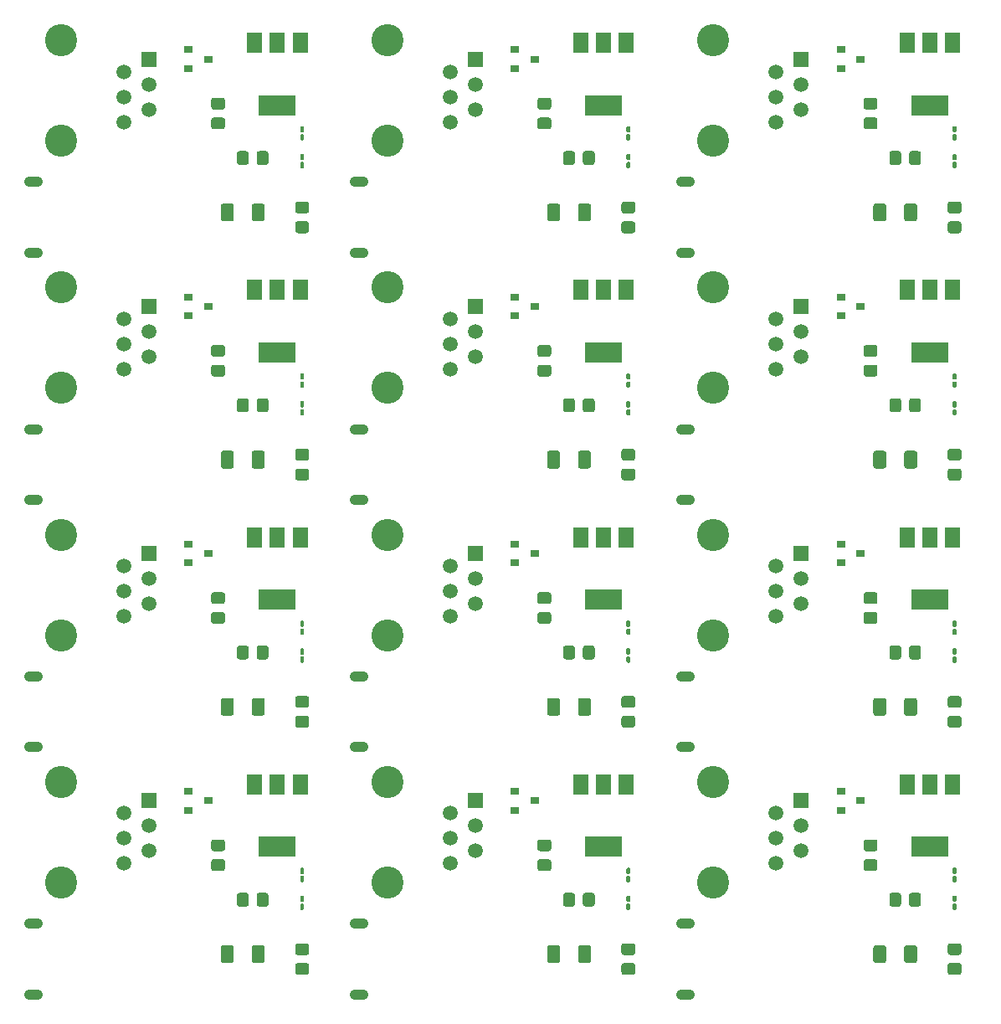
<source format=gbr>
%TF.GenerationSoftware,KiCad,Pcbnew,(5.1.9)-1*%
%TF.CreationDate,2021-08-15T14:18:07+02:00*%
%TF.ProjectId,IM350_AM550_5V_V3.0_multi,494d3335-305f-4414-9d35-35305f35565f,rev?*%
%TF.SameCoordinates,Original*%
%TF.FileFunction,Soldermask,Bot*%
%TF.FilePolarity,Negative*%
%FSLAX46Y46*%
G04 Gerber Fmt 4.6, Leading zero omitted, Abs format (unit mm)*
G04 Created by KiCad (PCBNEW (5.1.9)-1) date 2021-08-15 14:18:07*
%MOMM*%
%LPD*%
G01*
G04 APERTURE LIST*
%ADD10R,0.900000X0.800000*%
%ADD11O,1.900000X1.050000*%
%ADD12R,1.500000X2.000000*%
%ADD13R,3.800000X2.000000*%
%ADD14C,3.250000*%
%ADD15C,1.520000*%
%ADD16R,1.520000X1.520000*%
G04 APERTURE END LIST*
D10*
%TO.C,Q1*%
X66000000Y-125450000D03*
X66000000Y-123550000D03*
X68000000Y-124500000D03*
%TD*%
%TO.C,C1*%
G36*
G01*
X135275000Y-140650001D02*
X135275000Y-139349999D01*
G75*
G02*
X135524999Y-139100000I249999J0D01*
G01*
X136350001Y-139100000D01*
G75*
G02*
X136600000Y-139349999I0J-249999D01*
G01*
X136600000Y-140650001D01*
G75*
G02*
X136350001Y-140900000I-249999J0D01*
G01*
X135524999Y-140900000D01*
G75*
G02*
X135275000Y-140650001I0J249999D01*
G01*
G37*
G36*
G01*
X138400000Y-140650001D02*
X138400000Y-139349999D01*
G75*
G02*
X138649999Y-139100000I249999J0D01*
G01*
X139475001Y-139100000D01*
G75*
G02*
X139725000Y-139349999I0J-249999D01*
G01*
X139725000Y-140650001D01*
G75*
G02*
X139475001Y-140900000I-249999J0D01*
G01*
X138649999Y-140900000D01*
G75*
G02*
X138400000Y-140650001I0J249999D01*
G01*
G37*
%TD*%
%TO.C,R5*%
G36*
G01*
X77049999Y-138900000D02*
X77950001Y-138900000D01*
G75*
G02*
X78200000Y-139149999I0J-249999D01*
G01*
X78200000Y-139850001D01*
G75*
G02*
X77950001Y-140100000I-249999J0D01*
G01*
X77049999Y-140100000D01*
G75*
G02*
X76800000Y-139850001I0J249999D01*
G01*
X76800000Y-139149999D01*
G75*
G02*
X77049999Y-138900000I249999J0D01*
G01*
G37*
G36*
G01*
X77049999Y-140900000D02*
X77950001Y-140900000D01*
G75*
G02*
X78200000Y-141149999I0J-249999D01*
G01*
X78200000Y-141850001D01*
G75*
G02*
X77950001Y-142100000I-249999J0D01*
G01*
X77049999Y-142100000D01*
G75*
G02*
X76800000Y-141850001I0J249999D01*
G01*
X76800000Y-141149999D01*
G75*
G02*
X77049999Y-140900000I249999J0D01*
G01*
G37*
%TD*%
D11*
%TO.C,J1*%
X50300000Y-136925000D03*
X50300000Y-144075000D03*
%TD*%
D12*
%TO.C,U1*%
X72700000Y-122850000D03*
X77300000Y-122850000D03*
X75000000Y-122850000D03*
D13*
X75000000Y-129150000D03*
%TD*%
%TO.C,R5*%
G36*
G01*
X110049999Y-140900000D02*
X110950001Y-140900000D01*
G75*
G02*
X111200000Y-141149999I0J-249999D01*
G01*
X111200000Y-141850001D01*
G75*
G02*
X110950001Y-142100000I-249999J0D01*
G01*
X110049999Y-142100000D01*
G75*
G02*
X109800000Y-141850001I0J249999D01*
G01*
X109800000Y-141149999D01*
G75*
G02*
X110049999Y-140900000I249999J0D01*
G01*
G37*
G36*
G01*
X110049999Y-138900000D02*
X110950001Y-138900000D01*
G75*
G02*
X111200000Y-139149999I0J-249999D01*
G01*
X111200000Y-139850001D01*
G75*
G02*
X110950001Y-140100000I-249999J0D01*
G01*
X110049999Y-140100000D01*
G75*
G02*
X109800000Y-139850001I0J249999D01*
G01*
X109800000Y-139149999D01*
G75*
G02*
X110049999Y-138900000I249999J0D01*
G01*
G37*
%TD*%
%TO.C,R6*%
G36*
G01*
X101549999Y-130400000D02*
X102450001Y-130400000D01*
G75*
G02*
X102700000Y-130649999I0J-249999D01*
G01*
X102700000Y-131350001D01*
G75*
G02*
X102450001Y-131600000I-249999J0D01*
G01*
X101549999Y-131600000D01*
G75*
G02*
X101300000Y-131350001I0J249999D01*
G01*
X101300000Y-130649999D01*
G75*
G02*
X101549999Y-130400000I249999J0D01*
G01*
G37*
G36*
G01*
X101549999Y-128400000D02*
X102450001Y-128400000D01*
G75*
G02*
X102700000Y-128649999I0J-249999D01*
G01*
X102700000Y-129350001D01*
G75*
G02*
X102450001Y-129600000I-249999J0D01*
G01*
X101549999Y-129600000D01*
G75*
G02*
X101300000Y-129350001I0J249999D01*
G01*
X101300000Y-128649999D01*
G75*
G02*
X101549999Y-128400000I249999J0D01*
G01*
G37*
%TD*%
%TO.C,R4*%
G36*
G01*
X105100000Y-134049999D02*
X105100000Y-134950001D01*
G75*
G02*
X104850001Y-135200000I-249999J0D01*
G01*
X104149999Y-135200000D01*
G75*
G02*
X103900000Y-134950001I0J249999D01*
G01*
X103900000Y-134049999D01*
G75*
G02*
X104149999Y-133800000I249999J0D01*
G01*
X104850001Y-133800000D01*
G75*
G02*
X105100000Y-134049999I0J-249999D01*
G01*
G37*
G36*
G01*
X107100000Y-134049999D02*
X107100000Y-134950001D01*
G75*
G02*
X106850001Y-135200000I-249999J0D01*
G01*
X106149999Y-135200000D01*
G75*
G02*
X105900000Y-134950001I0J249999D01*
G01*
X105900000Y-134049999D01*
G75*
G02*
X106149999Y-133800000I249999J0D01*
G01*
X106850001Y-133800000D01*
G75*
G02*
X107100000Y-134049999I0J-249999D01*
G01*
G37*
%TD*%
%TO.C,R4*%
G36*
G01*
X140100000Y-134049999D02*
X140100000Y-134950001D01*
G75*
G02*
X139850001Y-135200000I-249999J0D01*
G01*
X139149999Y-135200000D01*
G75*
G02*
X138900000Y-134950001I0J249999D01*
G01*
X138900000Y-134049999D01*
G75*
G02*
X139149999Y-133800000I249999J0D01*
G01*
X139850001Y-133800000D01*
G75*
G02*
X140100000Y-134049999I0J-249999D01*
G01*
G37*
G36*
G01*
X138100000Y-134049999D02*
X138100000Y-134950001D01*
G75*
G02*
X137850001Y-135200000I-249999J0D01*
G01*
X137149999Y-135200000D01*
G75*
G02*
X136900000Y-134950001I0J249999D01*
G01*
X136900000Y-134049999D01*
G75*
G02*
X137149999Y-133800000I249999J0D01*
G01*
X137850001Y-133800000D01*
G75*
G02*
X138100000Y-134049999I0J-249999D01*
G01*
G37*
%TD*%
%TO.C,P3*%
G36*
G01*
X110400000Y-132090000D02*
X110600000Y-132090000D01*
G75*
G02*
X110700000Y-132190000I0J-100000D01*
G01*
X110700000Y-132625000D01*
G75*
G02*
X110600000Y-132725000I-100000J0D01*
G01*
X110400000Y-132725000D01*
G75*
G02*
X110300000Y-132625000I0J100000D01*
G01*
X110300000Y-132190000D01*
G75*
G02*
X110400000Y-132090000I100000J0D01*
G01*
G37*
G36*
G01*
X110400000Y-131275000D02*
X110600000Y-131275000D01*
G75*
G02*
X110700000Y-131375000I0J-100000D01*
G01*
X110700000Y-131810000D01*
G75*
G02*
X110600000Y-131910000I-100000J0D01*
G01*
X110400000Y-131910000D01*
G75*
G02*
X110300000Y-131810000I0J100000D01*
G01*
X110300000Y-131375000D01*
G75*
G02*
X110400000Y-131275000I100000J0D01*
G01*
G37*
%TD*%
%TO.C,P4*%
G36*
G01*
X110400000Y-134900000D02*
X110600000Y-134900000D01*
G75*
G02*
X110700000Y-135000000I0J-100000D01*
G01*
X110700000Y-135435000D01*
G75*
G02*
X110600000Y-135535000I-100000J0D01*
G01*
X110400000Y-135535000D01*
G75*
G02*
X110300000Y-135435000I0J100000D01*
G01*
X110300000Y-135000000D01*
G75*
G02*
X110400000Y-134900000I100000J0D01*
G01*
G37*
G36*
G01*
X110400000Y-134085000D02*
X110600000Y-134085000D01*
G75*
G02*
X110700000Y-134185000I0J-100000D01*
G01*
X110700000Y-134620000D01*
G75*
G02*
X110600000Y-134720000I-100000J0D01*
G01*
X110400000Y-134720000D01*
G75*
G02*
X110300000Y-134620000I0J100000D01*
G01*
X110300000Y-134185000D01*
G75*
G02*
X110400000Y-134085000I100000J0D01*
G01*
G37*
%TD*%
%TO.C,P3*%
G36*
G01*
X77400000Y-131275000D02*
X77600000Y-131275000D01*
G75*
G02*
X77700000Y-131375000I0J-100000D01*
G01*
X77700000Y-131810000D01*
G75*
G02*
X77600000Y-131910000I-100000J0D01*
G01*
X77400000Y-131910000D01*
G75*
G02*
X77300000Y-131810000I0J100000D01*
G01*
X77300000Y-131375000D01*
G75*
G02*
X77400000Y-131275000I100000J0D01*
G01*
G37*
G36*
G01*
X77400000Y-132090000D02*
X77600000Y-132090000D01*
G75*
G02*
X77700000Y-132190000I0J-100000D01*
G01*
X77700000Y-132625000D01*
G75*
G02*
X77600000Y-132725000I-100000J0D01*
G01*
X77400000Y-132725000D01*
G75*
G02*
X77300000Y-132625000I0J100000D01*
G01*
X77300000Y-132190000D01*
G75*
G02*
X77400000Y-132090000I100000J0D01*
G01*
G37*
%TD*%
%TO.C,R6*%
G36*
G01*
X68549999Y-128400000D02*
X69450001Y-128400000D01*
G75*
G02*
X69700000Y-128649999I0J-249999D01*
G01*
X69700000Y-129350001D01*
G75*
G02*
X69450001Y-129600000I-249999J0D01*
G01*
X68549999Y-129600000D01*
G75*
G02*
X68300000Y-129350001I0J249999D01*
G01*
X68300000Y-128649999D01*
G75*
G02*
X68549999Y-128400000I249999J0D01*
G01*
G37*
G36*
G01*
X68549999Y-130400000D02*
X69450001Y-130400000D01*
G75*
G02*
X69700000Y-130649999I0J-249999D01*
G01*
X69700000Y-131350001D01*
G75*
G02*
X69450001Y-131600000I-249999J0D01*
G01*
X68549999Y-131600000D01*
G75*
G02*
X68300000Y-131350001I0J249999D01*
G01*
X68300000Y-130649999D01*
G75*
G02*
X68549999Y-130400000I249999J0D01*
G01*
G37*
%TD*%
D14*
%TO.C,J2*%
X119110000Y-132750000D03*
D15*
X125460000Y-130850000D03*
X128000000Y-129580000D03*
X125460000Y-128310000D03*
X128000000Y-127040000D03*
X125460000Y-125770000D03*
D14*
X119110000Y-122590000D03*
D16*
X128000000Y-124500000D03*
%TD*%
%TO.C,P4*%
G36*
G01*
X77400000Y-134085000D02*
X77600000Y-134085000D01*
G75*
G02*
X77700000Y-134185000I0J-100000D01*
G01*
X77700000Y-134620000D01*
G75*
G02*
X77600000Y-134720000I-100000J0D01*
G01*
X77400000Y-134720000D01*
G75*
G02*
X77300000Y-134620000I0J100000D01*
G01*
X77300000Y-134185000D01*
G75*
G02*
X77400000Y-134085000I100000J0D01*
G01*
G37*
G36*
G01*
X77400000Y-134900000D02*
X77600000Y-134900000D01*
G75*
G02*
X77700000Y-135000000I0J-100000D01*
G01*
X77700000Y-135435000D01*
G75*
G02*
X77600000Y-135535000I-100000J0D01*
G01*
X77400000Y-135535000D01*
G75*
G02*
X77300000Y-135435000I0J100000D01*
G01*
X77300000Y-135000000D01*
G75*
G02*
X77400000Y-134900000I100000J0D01*
G01*
G37*
%TD*%
%TO.C,C1*%
G36*
G01*
X69275000Y-140650001D02*
X69275000Y-139349999D01*
G75*
G02*
X69524999Y-139100000I249999J0D01*
G01*
X70350001Y-139100000D01*
G75*
G02*
X70600000Y-139349999I0J-249999D01*
G01*
X70600000Y-140650001D01*
G75*
G02*
X70350001Y-140900000I-249999J0D01*
G01*
X69524999Y-140900000D01*
G75*
G02*
X69275000Y-140650001I0J249999D01*
G01*
G37*
G36*
G01*
X72400000Y-140650001D02*
X72400000Y-139349999D01*
G75*
G02*
X72649999Y-139100000I249999J0D01*
G01*
X73475001Y-139100000D01*
G75*
G02*
X73725000Y-139349999I0J-249999D01*
G01*
X73725000Y-140650001D01*
G75*
G02*
X73475001Y-140900000I-249999J0D01*
G01*
X72649999Y-140900000D01*
G75*
G02*
X72400000Y-140650001I0J249999D01*
G01*
G37*
%TD*%
D14*
%TO.C,J2*%
X53110000Y-132750000D03*
D15*
X59460000Y-130850000D03*
X62000000Y-129580000D03*
X59460000Y-128310000D03*
X62000000Y-127040000D03*
X59460000Y-125770000D03*
D14*
X53110000Y-122590000D03*
D16*
X62000000Y-124500000D03*
%TD*%
%TO.C,R4*%
G36*
G01*
X74100000Y-134049999D02*
X74100000Y-134950001D01*
G75*
G02*
X73850001Y-135200000I-249999J0D01*
G01*
X73149999Y-135200000D01*
G75*
G02*
X72900000Y-134950001I0J249999D01*
G01*
X72900000Y-134049999D01*
G75*
G02*
X73149999Y-133800000I249999J0D01*
G01*
X73850001Y-133800000D01*
G75*
G02*
X74100000Y-134049999I0J-249999D01*
G01*
G37*
G36*
G01*
X72100000Y-134049999D02*
X72100000Y-134950001D01*
G75*
G02*
X71850001Y-135200000I-249999J0D01*
G01*
X71149999Y-135200000D01*
G75*
G02*
X70900000Y-134950001I0J249999D01*
G01*
X70900000Y-134049999D01*
G75*
G02*
X71149999Y-133800000I249999J0D01*
G01*
X71850001Y-133800000D01*
G75*
G02*
X72100000Y-134049999I0J-249999D01*
G01*
G37*
%TD*%
%TO.C,R5*%
G36*
G01*
X143049999Y-138900000D02*
X143950001Y-138900000D01*
G75*
G02*
X144200000Y-139149999I0J-249999D01*
G01*
X144200000Y-139850001D01*
G75*
G02*
X143950001Y-140100000I-249999J0D01*
G01*
X143049999Y-140100000D01*
G75*
G02*
X142800000Y-139850001I0J249999D01*
G01*
X142800000Y-139149999D01*
G75*
G02*
X143049999Y-138900000I249999J0D01*
G01*
G37*
G36*
G01*
X143049999Y-140900000D02*
X143950001Y-140900000D01*
G75*
G02*
X144200000Y-141149999I0J-249999D01*
G01*
X144200000Y-141850001D01*
G75*
G02*
X143950001Y-142100000I-249999J0D01*
G01*
X143049999Y-142100000D01*
G75*
G02*
X142800000Y-141850001I0J249999D01*
G01*
X142800000Y-141149999D01*
G75*
G02*
X143049999Y-140900000I249999J0D01*
G01*
G37*
%TD*%
D12*
%TO.C,U1*%
X138700000Y-122850000D03*
X143300000Y-122850000D03*
X141000000Y-122850000D03*
D13*
X141000000Y-129150000D03*
%TD*%
%TO.C,U1*%
X108000000Y-129150000D03*
D12*
X108000000Y-122850000D03*
X110300000Y-122850000D03*
X105700000Y-122850000D03*
%TD*%
%TO.C,P3*%
G36*
G01*
X143400000Y-131275000D02*
X143600000Y-131275000D01*
G75*
G02*
X143700000Y-131375000I0J-100000D01*
G01*
X143700000Y-131810000D01*
G75*
G02*
X143600000Y-131910000I-100000J0D01*
G01*
X143400000Y-131910000D01*
G75*
G02*
X143300000Y-131810000I0J100000D01*
G01*
X143300000Y-131375000D01*
G75*
G02*
X143400000Y-131275000I100000J0D01*
G01*
G37*
G36*
G01*
X143400000Y-132090000D02*
X143600000Y-132090000D01*
G75*
G02*
X143700000Y-132190000I0J-100000D01*
G01*
X143700000Y-132625000D01*
G75*
G02*
X143600000Y-132725000I-100000J0D01*
G01*
X143400000Y-132725000D01*
G75*
G02*
X143300000Y-132625000I0J100000D01*
G01*
X143300000Y-132190000D01*
G75*
G02*
X143400000Y-132090000I100000J0D01*
G01*
G37*
%TD*%
%TO.C,C1*%
G36*
G01*
X105400000Y-140650001D02*
X105400000Y-139349999D01*
G75*
G02*
X105649999Y-139100000I249999J0D01*
G01*
X106475001Y-139100000D01*
G75*
G02*
X106725000Y-139349999I0J-249999D01*
G01*
X106725000Y-140650001D01*
G75*
G02*
X106475001Y-140900000I-249999J0D01*
G01*
X105649999Y-140900000D01*
G75*
G02*
X105400000Y-140650001I0J249999D01*
G01*
G37*
G36*
G01*
X102275000Y-140650001D02*
X102275000Y-139349999D01*
G75*
G02*
X102524999Y-139100000I249999J0D01*
G01*
X103350001Y-139100000D01*
G75*
G02*
X103600000Y-139349999I0J-249999D01*
G01*
X103600000Y-140650001D01*
G75*
G02*
X103350001Y-140900000I-249999J0D01*
G01*
X102524999Y-140900000D01*
G75*
G02*
X102275000Y-140650001I0J249999D01*
G01*
G37*
%TD*%
D10*
%TO.C,Q1*%
X101000000Y-124500000D03*
X99000000Y-123550000D03*
X99000000Y-125450000D03*
%TD*%
%TO.C,Q1*%
X132000000Y-125450000D03*
X132000000Y-123550000D03*
X134000000Y-124500000D03*
%TD*%
%TO.C,P4*%
G36*
G01*
X143400000Y-134085000D02*
X143600000Y-134085000D01*
G75*
G02*
X143700000Y-134185000I0J-100000D01*
G01*
X143700000Y-134620000D01*
G75*
G02*
X143600000Y-134720000I-100000J0D01*
G01*
X143400000Y-134720000D01*
G75*
G02*
X143300000Y-134620000I0J100000D01*
G01*
X143300000Y-134185000D01*
G75*
G02*
X143400000Y-134085000I100000J0D01*
G01*
G37*
G36*
G01*
X143400000Y-134900000D02*
X143600000Y-134900000D01*
G75*
G02*
X143700000Y-135000000I0J-100000D01*
G01*
X143700000Y-135435000D01*
G75*
G02*
X143600000Y-135535000I-100000J0D01*
G01*
X143400000Y-135535000D01*
G75*
G02*
X143300000Y-135435000I0J100000D01*
G01*
X143300000Y-135000000D01*
G75*
G02*
X143400000Y-134900000I100000J0D01*
G01*
G37*
%TD*%
D16*
%TO.C,J2*%
X95000000Y-124500000D03*
D14*
X86110000Y-122590000D03*
D15*
X92460000Y-125770000D03*
X95000000Y-127040000D03*
X92460000Y-128310000D03*
X95000000Y-129580000D03*
X92460000Y-130850000D03*
D14*
X86110000Y-132750000D03*
%TD*%
D11*
%TO.C,J1*%
X83300000Y-144075000D03*
X83300000Y-136925000D03*
%TD*%
%TO.C,J1*%
X116300000Y-136925000D03*
X116300000Y-144075000D03*
%TD*%
%TO.C,R6*%
G36*
G01*
X134549999Y-128400000D02*
X135450001Y-128400000D01*
G75*
G02*
X135700000Y-128649999I0J-249999D01*
G01*
X135700000Y-129350001D01*
G75*
G02*
X135450001Y-129600000I-249999J0D01*
G01*
X134549999Y-129600000D01*
G75*
G02*
X134300000Y-129350001I0J249999D01*
G01*
X134300000Y-128649999D01*
G75*
G02*
X134549999Y-128400000I249999J0D01*
G01*
G37*
G36*
G01*
X134549999Y-130400000D02*
X135450001Y-130400000D01*
G75*
G02*
X135700000Y-130649999I0J-249999D01*
G01*
X135700000Y-131350001D01*
G75*
G02*
X135450001Y-131600000I-249999J0D01*
G01*
X134549999Y-131600000D01*
G75*
G02*
X134300000Y-131350001I0J249999D01*
G01*
X134300000Y-130649999D01*
G75*
G02*
X134549999Y-130400000I249999J0D01*
G01*
G37*
%TD*%
%TO.C,R5*%
G36*
G01*
X77049999Y-115900000D02*
X77950001Y-115900000D01*
G75*
G02*
X78200000Y-116149999I0J-249999D01*
G01*
X78200000Y-116850001D01*
G75*
G02*
X77950001Y-117100000I-249999J0D01*
G01*
X77049999Y-117100000D01*
G75*
G02*
X76800000Y-116850001I0J249999D01*
G01*
X76800000Y-116149999D01*
G75*
G02*
X77049999Y-115900000I249999J0D01*
G01*
G37*
G36*
G01*
X77049999Y-113900000D02*
X77950001Y-113900000D01*
G75*
G02*
X78200000Y-114149999I0J-249999D01*
G01*
X78200000Y-114850001D01*
G75*
G02*
X77950001Y-115100000I-249999J0D01*
G01*
X77049999Y-115100000D01*
G75*
G02*
X76800000Y-114850001I0J249999D01*
G01*
X76800000Y-114149999D01*
G75*
G02*
X77049999Y-113900000I249999J0D01*
G01*
G37*
%TD*%
D10*
%TO.C,Q1*%
X68000000Y-99500000D03*
X66000000Y-98550000D03*
X66000000Y-100450000D03*
%TD*%
D13*
%TO.C,U1*%
X75000000Y-104150000D03*
D12*
X75000000Y-97850000D03*
X77300000Y-97850000D03*
X72700000Y-97850000D03*
%TD*%
D11*
%TO.C,J1*%
X50300000Y-119075000D03*
X50300000Y-111925000D03*
%TD*%
%TO.C,C1*%
G36*
G01*
X138400000Y-115650001D02*
X138400000Y-114349999D01*
G75*
G02*
X138649999Y-114100000I249999J0D01*
G01*
X139475001Y-114100000D01*
G75*
G02*
X139725000Y-114349999I0J-249999D01*
G01*
X139725000Y-115650001D01*
G75*
G02*
X139475001Y-115900000I-249999J0D01*
G01*
X138649999Y-115900000D01*
G75*
G02*
X138400000Y-115650001I0J249999D01*
G01*
G37*
G36*
G01*
X135275000Y-115650001D02*
X135275000Y-114349999D01*
G75*
G02*
X135524999Y-114100000I249999J0D01*
G01*
X136350001Y-114100000D01*
G75*
G02*
X136600000Y-114349999I0J-249999D01*
G01*
X136600000Y-115650001D01*
G75*
G02*
X136350001Y-115900000I-249999J0D01*
G01*
X135524999Y-115900000D01*
G75*
G02*
X135275000Y-115650001I0J249999D01*
G01*
G37*
%TD*%
%TO.C,P4*%
G36*
G01*
X77400000Y-109900000D02*
X77600000Y-109900000D01*
G75*
G02*
X77700000Y-110000000I0J-100000D01*
G01*
X77700000Y-110435000D01*
G75*
G02*
X77600000Y-110535000I-100000J0D01*
G01*
X77400000Y-110535000D01*
G75*
G02*
X77300000Y-110435000I0J100000D01*
G01*
X77300000Y-110000000D01*
G75*
G02*
X77400000Y-109900000I100000J0D01*
G01*
G37*
G36*
G01*
X77400000Y-109085000D02*
X77600000Y-109085000D01*
G75*
G02*
X77700000Y-109185000I0J-100000D01*
G01*
X77700000Y-109620000D01*
G75*
G02*
X77600000Y-109720000I-100000J0D01*
G01*
X77400000Y-109720000D01*
G75*
G02*
X77300000Y-109620000I0J100000D01*
G01*
X77300000Y-109185000D01*
G75*
G02*
X77400000Y-109085000I100000J0D01*
G01*
G37*
%TD*%
%TO.C,C1*%
G36*
G01*
X72400000Y-115650001D02*
X72400000Y-114349999D01*
G75*
G02*
X72649999Y-114100000I249999J0D01*
G01*
X73475001Y-114100000D01*
G75*
G02*
X73725000Y-114349999I0J-249999D01*
G01*
X73725000Y-115650001D01*
G75*
G02*
X73475001Y-115900000I-249999J0D01*
G01*
X72649999Y-115900000D01*
G75*
G02*
X72400000Y-115650001I0J249999D01*
G01*
G37*
G36*
G01*
X69275000Y-115650001D02*
X69275000Y-114349999D01*
G75*
G02*
X69524999Y-114100000I249999J0D01*
G01*
X70350001Y-114100000D01*
G75*
G02*
X70600000Y-114349999I0J-249999D01*
G01*
X70600000Y-115650001D01*
G75*
G02*
X70350001Y-115900000I-249999J0D01*
G01*
X69524999Y-115900000D01*
G75*
G02*
X69275000Y-115650001I0J249999D01*
G01*
G37*
%TD*%
D16*
%TO.C,J2*%
X62000000Y-99500000D03*
D14*
X53110000Y-97590000D03*
D15*
X59460000Y-100770000D03*
X62000000Y-102040000D03*
X59460000Y-103310000D03*
X62000000Y-104580000D03*
X59460000Y-105850000D03*
D14*
X53110000Y-107750000D03*
%TD*%
%TO.C,R4*%
G36*
G01*
X72100000Y-109049999D02*
X72100000Y-109950001D01*
G75*
G02*
X71850001Y-110200000I-249999J0D01*
G01*
X71149999Y-110200000D01*
G75*
G02*
X70900000Y-109950001I0J249999D01*
G01*
X70900000Y-109049999D01*
G75*
G02*
X71149999Y-108800000I249999J0D01*
G01*
X71850001Y-108800000D01*
G75*
G02*
X72100000Y-109049999I0J-249999D01*
G01*
G37*
G36*
G01*
X74100000Y-109049999D02*
X74100000Y-109950001D01*
G75*
G02*
X73850001Y-110200000I-249999J0D01*
G01*
X73149999Y-110200000D01*
G75*
G02*
X72900000Y-109950001I0J249999D01*
G01*
X72900000Y-109049999D01*
G75*
G02*
X73149999Y-108800000I249999J0D01*
G01*
X73850001Y-108800000D01*
G75*
G02*
X74100000Y-109049999I0J-249999D01*
G01*
G37*
%TD*%
%TO.C,R5*%
G36*
G01*
X143049999Y-115900000D02*
X143950001Y-115900000D01*
G75*
G02*
X144200000Y-116149999I0J-249999D01*
G01*
X144200000Y-116850001D01*
G75*
G02*
X143950001Y-117100000I-249999J0D01*
G01*
X143049999Y-117100000D01*
G75*
G02*
X142800000Y-116850001I0J249999D01*
G01*
X142800000Y-116149999D01*
G75*
G02*
X143049999Y-115900000I249999J0D01*
G01*
G37*
G36*
G01*
X143049999Y-113900000D02*
X143950001Y-113900000D01*
G75*
G02*
X144200000Y-114149999I0J-249999D01*
G01*
X144200000Y-114850001D01*
G75*
G02*
X143950001Y-115100000I-249999J0D01*
G01*
X143049999Y-115100000D01*
G75*
G02*
X142800000Y-114850001I0J249999D01*
G01*
X142800000Y-114149999D01*
G75*
G02*
X143049999Y-113900000I249999J0D01*
G01*
G37*
%TD*%
D16*
%TO.C,J2*%
X128000000Y-99500000D03*
D14*
X119110000Y-97590000D03*
D15*
X125460000Y-100770000D03*
X128000000Y-102040000D03*
X125460000Y-103310000D03*
X128000000Y-104580000D03*
X125460000Y-105850000D03*
D14*
X119110000Y-107750000D03*
%TD*%
D13*
%TO.C,U1*%
X141000000Y-104150000D03*
D12*
X141000000Y-97850000D03*
X143300000Y-97850000D03*
X138700000Y-97850000D03*
%TD*%
%TO.C,R4*%
G36*
G01*
X138100000Y-109049999D02*
X138100000Y-109950001D01*
G75*
G02*
X137850001Y-110200000I-249999J0D01*
G01*
X137149999Y-110200000D01*
G75*
G02*
X136900000Y-109950001I0J249999D01*
G01*
X136900000Y-109049999D01*
G75*
G02*
X137149999Y-108800000I249999J0D01*
G01*
X137850001Y-108800000D01*
G75*
G02*
X138100000Y-109049999I0J-249999D01*
G01*
G37*
G36*
G01*
X140100000Y-109049999D02*
X140100000Y-109950001D01*
G75*
G02*
X139850001Y-110200000I-249999J0D01*
G01*
X139149999Y-110200000D01*
G75*
G02*
X138900000Y-109950001I0J249999D01*
G01*
X138900000Y-109049999D01*
G75*
G02*
X139149999Y-108800000I249999J0D01*
G01*
X139850001Y-108800000D01*
G75*
G02*
X140100000Y-109049999I0J-249999D01*
G01*
G37*
%TD*%
%TO.C,R5*%
G36*
G01*
X110049999Y-113900000D02*
X110950001Y-113900000D01*
G75*
G02*
X111200000Y-114149999I0J-249999D01*
G01*
X111200000Y-114850001D01*
G75*
G02*
X110950001Y-115100000I-249999J0D01*
G01*
X110049999Y-115100000D01*
G75*
G02*
X109800000Y-114850001I0J249999D01*
G01*
X109800000Y-114149999D01*
G75*
G02*
X110049999Y-113900000I249999J0D01*
G01*
G37*
G36*
G01*
X110049999Y-115900000D02*
X110950001Y-115900000D01*
G75*
G02*
X111200000Y-116149999I0J-249999D01*
G01*
X111200000Y-116850001D01*
G75*
G02*
X110950001Y-117100000I-249999J0D01*
G01*
X110049999Y-117100000D01*
G75*
G02*
X109800000Y-116850001I0J249999D01*
G01*
X109800000Y-116149999D01*
G75*
G02*
X110049999Y-115900000I249999J0D01*
G01*
G37*
%TD*%
%TO.C,P3*%
G36*
G01*
X110400000Y-106275000D02*
X110600000Y-106275000D01*
G75*
G02*
X110700000Y-106375000I0J-100000D01*
G01*
X110700000Y-106810000D01*
G75*
G02*
X110600000Y-106910000I-100000J0D01*
G01*
X110400000Y-106910000D01*
G75*
G02*
X110300000Y-106810000I0J100000D01*
G01*
X110300000Y-106375000D01*
G75*
G02*
X110400000Y-106275000I100000J0D01*
G01*
G37*
G36*
G01*
X110400000Y-107090000D02*
X110600000Y-107090000D01*
G75*
G02*
X110700000Y-107190000I0J-100000D01*
G01*
X110700000Y-107625000D01*
G75*
G02*
X110600000Y-107725000I-100000J0D01*
G01*
X110400000Y-107725000D01*
G75*
G02*
X110300000Y-107625000I0J100000D01*
G01*
X110300000Y-107190000D01*
G75*
G02*
X110400000Y-107090000I100000J0D01*
G01*
G37*
%TD*%
%TO.C,R4*%
G36*
G01*
X107100000Y-109049999D02*
X107100000Y-109950001D01*
G75*
G02*
X106850001Y-110200000I-249999J0D01*
G01*
X106149999Y-110200000D01*
G75*
G02*
X105900000Y-109950001I0J249999D01*
G01*
X105900000Y-109049999D01*
G75*
G02*
X106149999Y-108800000I249999J0D01*
G01*
X106850001Y-108800000D01*
G75*
G02*
X107100000Y-109049999I0J-249999D01*
G01*
G37*
G36*
G01*
X105100000Y-109049999D02*
X105100000Y-109950001D01*
G75*
G02*
X104850001Y-110200000I-249999J0D01*
G01*
X104149999Y-110200000D01*
G75*
G02*
X103900000Y-109950001I0J249999D01*
G01*
X103900000Y-109049999D01*
G75*
G02*
X104149999Y-108800000I249999J0D01*
G01*
X104850001Y-108800000D01*
G75*
G02*
X105100000Y-109049999I0J-249999D01*
G01*
G37*
%TD*%
%TO.C,P4*%
G36*
G01*
X110400000Y-109085000D02*
X110600000Y-109085000D01*
G75*
G02*
X110700000Y-109185000I0J-100000D01*
G01*
X110700000Y-109620000D01*
G75*
G02*
X110600000Y-109720000I-100000J0D01*
G01*
X110400000Y-109720000D01*
G75*
G02*
X110300000Y-109620000I0J100000D01*
G01*
X110300000Y-109185000D01*
G75*
G02*
X110400000Y-109085000I100000J0D01*
G01*
G37*
G36*
G01*
X110400000Y-109900000D02*
X110600000Y-109900000D01*
G75*
G02*
X110700000Y-110000000I0J-100000D01*
G01*
X110700000Y-110435000D01*
G75*
G02*
X110600000Y-110535000I-100000J0D01*
G01*
X110400000Y-110535000D01*
G75*
G02*
X110300000Y-110435000I0J100000D01*
G01*
X110300000Y-110000000D01*
G75*
G02*
X110400000Y-109900000I100000J0D01*
G01*
G37*
%TD*%
%TO.C,R6*%
G36*
G01*
X101549999Y-103400000D02*
X102450001Y-103400000D01*
G75*
G02*
X102700000Y-103649999I0J-249999D01*
G01*
X102700000Y-104350001D01*
G75*
G02*
X102450001Y-104600000I-249999J0D01*
G01*
X101549999Y-104600000D01*
G75*
G02*
X101300000Y-104350001I0J249999D01*
G01*
X101300000Y-103649999D01*
G75*
G02*
X101549999Y-103400000I249999J0D01*
G01*
G37*
G36*
G01*
X101549999Y-105400000D02*
X102450001Y-105400000D01*
G75*
G02*
X102700000Y-105649999I0J-249999D01*
G01*
X102700000Y-106350001D01*
G75*
G02*
X102450001Y-106600000I-249999J0D01*
G01*
X101549999Y-106600000D01*
G75*
G02*
X101300000Y-106350001I0J249999D01*
G01*
X101300000Y-105649999D01*
G75*
G02*
X101549999Y-105400000I249999J0D01*
G01*
G37*
%TD*%
%TO.C,P3*%
G36*
G01*
X77400000Y-107090000D02*
X77600000Y-107090000D01*
G75*
G02*
X77700000Y-107190000I0J-100000D01*
G01*
X77700000Y-107625000D01*
G75*
G02*
X77600000Y-107725000I-100000J0D01*
G01*
X77400000Y-107725000D01*
G75*
G02*
X77300000Y-107625000I0J100000D01*
G01*
X77300000Y-107190000D01*
G75*
G02*
X77400000Y-107090000I100000J0D01*
G01*
G37*
G36*
G01*
X77400000Y-106275000D02*
X77600000Y-106275000D01*
G75*
G02*
X77700000Y-106375000I0J-100000D01*
G01*
X77700000Y-106810000D01*
G75*
G02*
X77600000Y-106910000I-100000J0D01*
G01*
X77400000Y-106910000D01*
G75*
G02*
X77300000Y-106810000I0J100000D01*
G01*
X77300000Y-106375000D01*
G75*
G02*
X77400000Y-106275000I100000J0D01*
G01*
G37*
%TD*%
%TO.C,R6*%
G36*
G01*
X68549999Y-105400000D02*
X69450001Y-105400000D01*
G75*
G02*
X69700000Y-105649999I0J-249999D01*
G01*
X69700000Y-106350001D01*
G75*
G02*
X69450001Y-106600000I-249999J0D01*
G01*
X68549999Y-106600000D01*
G75*
G02*
X68300000Y-106350001I0J249999D01*
G01*
X68300000Y-105649999D01*
G75*
G02*
X68549999Y-105400000I249999J0D01*
G01*
G37*
G36*
G01*
X68549999Y-103400000D02*
X69450001Y-103400000D01*
G75*
G02*
X69700000Y-103649999I0J-249999D01*
G01*
X69700000Y-104350001D01*
G75*
G02*
X69450001Y-104600000I-249999J0D01*
G01*
X68549999Y-104600000D01*
G75*
G02*
X68300000Y-104350001I0J249999D01*
G01*
X68300000Y-103649999D01*
G75*
G02*
X68549999Y-103400000I249999J0D01*
G01*
G37*
%TD*%
%TO.C,U1*%
X105700000Y-97850000D03*
X110300000Y-97850000D03*
X108000000Y-97850000D03*
D13*
X108000000Y-104150000D03*
%TD*%
%TO.C,P3*%
G36*
G01*
X143400000Y-107090000D02*
X143600000Y-107090000D01*
G75*
G02*
X143700000Y-107190000I0J-100000D01*
G01*
X143700000Y-107625000D01*
G75*
G02*
X143600000Y-107725000I-100000J0D01*
G01*
X143400000Y-107725000D01*
G75*
G02*
X143300000Y-107625000I0J100000D01*
G01*
X143300000Y-107190000D01*
G75*
G02*
X143400000Y-107090000I100000J0D01*
G01*
G37*
G36*
G01*
X143400000Y-106275000D02*
X143600000Y-106275000D01*
G75*
G02*
X143700000Y-106375000I0J-100000D01*
G01*
X143700000Y-106810000D01*
G75*
G02*
X143600000Y-106910000I-100000J0D01*
G01*
X143400000Y-106910000D01*
G75*
G02*
X143300000Y-106810000I0J100000D01*
G01*
X143300000Y-106375000D01*
G75*
G02*
X143400000Y-106275000I100000J0D01*
G01*
G37*
%TD*%
D10*
%TO.C,Q1*%
X99000000Y-100450000D03*
X99000000Y-98550000D03*
X101000000Y-99500000D03*
%TD*%
%TO.C,Q1*%
X134000000Y-99500000D03*
X132000000Y-98550000D03*
X132000000Y-100450000D03*
%TD*%
%TO.C,C1*%
G36*
G01*
X102275000Y-115650001D02*
X102275000Y-114349999D01*
G75*
G02*
X102524999Y-114100000I249999J0D01*
G01*
X103350001Y-114100000D01*
G75*
G02*
X103600000Y-114349999I0J-249999D01*
G01*
X103600000Y-115650001D01*
G75*
G02*
X103350001Y-115900000I-249999J0D01*
G01*
X102524999Y-115900000D01*
G75*
G02*
X102275000Y-115650001I0J249999D01*
G01*
G37*
G36*
G01*
X105400000Y-115650001D02*
X105400000Y-114349999D01*
G75*
G02*
X105649999Y-114100000I249999J0D01*
G01*
X106475001Y-114100000D01*
G75*
G02*
X106725000Y-114349999I0J-249999D01*
G01*
X106725000Y-115650001D01*
G75*
G02*
X106475001Y-115900000I-249999J0D01*
G01*
X105649999Y-115900000D01*
G75*
G02*
X105400000Y-115650001I0J249999D01*
G01*
G37*
%TD*%
D14*
%TO.C,J2*%
X86110000Y-107750000D03*
D15*
X92460000Y-105850000D03*
X95000000Y-104580000D03*
X92460000Y-103310000D03*
X95000000Y-102040000D03*
X92460000Y-100770000D03*
D14*
X86110000Y-97590000D03*
D16*
X95000000Y-99500000D03*
%TD*%
%TO.C,P4*%
G36*
G01*
X143400000Y-109900000D02*
X143600000Y-109900000D01*
G75*
G02*
X143700000Y-110000000I0J-100000D01*
G01*
X143700000Y-110435000D01*
G75*
G02*
X143600000Y-110535000I-100000J0D01*
G01*
X143400000Y-110535000D01*
G75*
G02*
X143300000Y-110435000I0J100000D01*
G01*
X143300000Y-110000000D01*
G75*
G02*
X143400000Y-109900000I100000J0D01*
G01*
G37*
G36*
G01*
X143400000Y-109085000D02*
X143600000Y-109085000D01*
G75*
G02*
X143700000Y-109185000I0J-100000D01*
G01*
X143700000Y-109620000D01*
G75*
G02*
X143600000Y-109720000I-100000J0D01*
G01*
X143400000Y-109720000D01*
G75*
G02*
X143300000Y-109620000I0J100000D01*
G01*
X143300000Y-109185000D01*
G75*
G02*
X143400000Y-109085000I100000J0D01*
G01*
G37*
%TD*%
%TO.C,R6*%
G36*
G01*
X134549999Y-105400000D02*
X135450001Y-105400000D01*
G75*
G02*
X135700000Y-105649999I0J-249999D01*
G01*
X135700000Y-106350001D01*
G75*
G02*
X135450001Y-106600000I-249999J0D01*
G01*
X134549999Y-106600000D01*
G75*
G02*
X134300000Y-106350001I0J249999D01*
G01*
X134300000Y-105649999D01*
G75*
G02*
X134549999Y-105400000I249999J0D01*
G01*
G37*
G36*
G01*
X134549999Y-103400000D02*
X135450001Y-103400000D01*
G75*
G02*
X135700000Y-103649999I0J-249999D01*
G01*
X135700000Y-104350001D01*
G75*
G02*
X135450001Y-104600000I-249999J0D01*
G01*
X134549999Y-104600000D01*
G75*
G02*
X134300000Y-104350001I0J249999D01*
G01*
X134300000Y-103649999D01*
G75*
G02*
X134549999Y-103400000I249999J0D01*
G01*
G37*
%TD*%
D11*
%TO.C,J1*%
X116300000Y-119075000D03*
X116300000Y-111925000D03*
%TD*%
%TO.C,J1*%
X83300000Y-111925000D03*
X83300000Y-119075000D03*
%TD*%
D16*
%TO.C,J2*%
X95000000Y-74500000D03*
D14*
X86110000Y-72590000D03*
D15*
X92460000Y-75770000D03*
X95000000Y-77040000D03*
X92460000Y-78310000D03*
X95000000Y-79580000D03*
X92460000Y-80850000D03*
D14*
X86110000Y-82750000D03*
%TD*%
%TO.C,C1*%
G36*
G01*
X105400000Y-90650001D02*
X105400000Y-89349999D01*
G75*
G02*
X105649999Y-89100000I249999J0D01*
G01*
X106475001Y-89100000D01*
G75*
G02*
X106725000Y-89349999I0J-249999D01*
G01*
X106725000Y-90650001D01*
G75*
G02*
X106475001Y-90900000I-249999J0D01*
G01*
X105649999Y-90900000D01*
G75*
G02*
X105400000Y-90650001I0J249999D01*
G01*
G37*
G36*
G01*
X102275000Y-90650001D02*
X102275000Y-89349999D01*
G75*
G02*
X102524999Y-89100000I249999J0D01*
G01*
X103350001Y-89100000D01*
G75*
G02*
X103600000Y-89349999I0J-249999D01*
G01*
X103600000Y-90650001D01*
G75*
G02*
X103350001Y-90900000I-249999J0D01*
G01*
X102524999Y-90900000D01*
G75*
G02*
X102275000Y-90650001I0J249999D01*
G01*
G37*
%TD*%
D10*
%TO.C,Q1*%
X101000000Y-74500000D03*
X99000000Y-73550000D03*
X99000000Y-75450000D03*
%TD*%
D11*
%TO.C,J1*%
X83300000Y-94075000D03*
X83300000Y-86925000D03*
%TD*%
%TO.C,P4*%
G36*
G01*
X143400000Y-84085000D02*
X143600000Y-84085000D01*
G75*
G02*
X143700000Y-84185000I0J-100000D01*
G01*
X143700000Y-84620000D01*
G75*
G02*
X143600000Y-84720000I-100000J0D01*
G01*
X143400000Y-84720000D01*
G75*
G02*
X143300000Y-84620000I0J100000D01*
G01*
X143300000Y-84185000D01*
G75*
G02*
X143400000Y-84085000I100000J0D01*
G01*
G37*
G36*
G01*
X143400000Y-84900000D02*
X143600000Y-84900000D01*
G75*
G02*
X143700000Y-85000000I0J-100000D01*
G01*
X143700000Y-85435000D01*
G75*
G02*
X143600000Y-85535000I-100000J0D01*
G01*
X143400000Y-85535000D01*
G75*
G02*
X143300000Y-85435000I0J100000D01*
G01*
X143300000Y-85000000D01*
G75*
G02*
X143400000Y-84900000I100000J0D01*
G01*
G37*
%TD*%
%TO.C,R6*%
G36*
G01*
X134549999Y-78400000D02*
X135450001Y-78400000D01*
G75*
G02*
X135700000Y-78649999I0J-249999D01*
G01*
X135700000Y-79350001D01*
G75*
G02*
X135450001Y-79600000I-249999J0D01*
G01*
X134549999Y-79600000D01*
G75*
G02*
X134300000Y-79350001I0J249999D01*
G01*
X134300000Y-78649999D01*
G75*
G02*
X134549999Y-78400000I249999J0D01*
G01*
G37*
G36*
G01*
X134549999Y-80400000D02*
X135450001Y-80400000D01*
G75*
G02*
X135700000Y-80649999I0J-249999D01*
G01*
X135700000Y-81350001D01*
G75*
G02*
X135450001Y-81600000I-249999J0D01*
G01*
X134549999Y-81600000D01*
G75*
G02*
X134300000Y-81350001I0J249999D01*
G01*
X134300000Y-80649999D01*
G75*
G02*
X134549999Y-80400000I249999J0D01*
G01*
G37*
%TD*%
%TO.C,P3*%
G36*
G01*
X143400000Y-81275000D02*
X143600000Y-81275000D01*
G75*
G02*
X143700000Y-81375000I0J-100000D01*
G01*
X143700000Y-81810000D01*
G75*
G02*
X143600000Y-81910000I-100000J0D01*
G01*
X143400000Y-81910000D01*
G75*
G02*
X143300000Y-81810000I0J100000D01*
G01*
X143300000Y-81375000D01*
G75*
G02*
X143400000Y-81275000I100000J0D01*
G01*
G37*
G36*
G01*
X143400000Y-82090000D02*
X143600000Y-82090000D01*
G75*
G02*
X143700000Y-82190000I0J-100000D01*
G01*
X143700000Y-82625000D01*
G75*
G02*
X143600000Y-82725000I-100000J0D01*
G01*
X143400000Y-82725000D01*
G75*
G02*
X143300000Y-82625000I0J100000D01*
G01*
X143300000Y-82190000D01*
G75*
G02*
X143400000Y-82090000I100000J0D01*
G01*
G37*
%TD*%
D10*
%TO.C,Q1*%
X132000000Y-75450000D03*
X132000000Y-73550000D03*
X134000000Y-74500000D03*
%TD*%
D11*
%TO.C,J1*%
X116300000Y-86925000D03*
X116300000Y-94075000D03*
%TD*%
%TO.C,C1*%
G36*
G01*
X135275000Y-90650001D02*
X135275000Y-89349999D01*
G75*
G02*
X135524999Y-89100000I249999J0D01*
G01*
X136350001Y-89100000D01*
G75*
G02*
X136600000Y-89349999I0J-249999D01*
G01*
X136600000Y-90650001D01*
G75*
G02*
X136350001Y-90900000I-249999J0D01*
G01*
X135524999Y-90900000D01*
G75*
G02*
X135275000Y-90650001I0J249999D01*
G01*
G37*
G36*
G01*
X138400000Y-90650001D02*
X138400000Y-89349999D01*
G75*
G02*
X138649999Y-89100000I249999J0D01*
G01*
X139475001Y-89100000D01*
G75*
G02*
X139725000Y-89349999I0J-249999D01*
G01*
X139725000Y-90650001D01*
G75*
G02*
X139475001Y-90900000I-249999J0D01*
G01*
X138649999Y-90900000D01*
G75*
G02*
X138400000Y-90650001I0J249999D01*
G01*
G37*
%TD*%
%TO.C,R5*%
G36*
G01*
X143049999Y-88900000D02*
X143950001Y-88900000D01*
G75*
G02*
X144200000Y-89149999I0J-249999D01*
G01*
X144200000Y-89850001D01*
G75*
G02*
X143950001Y-90100000I-249999J0D01*
G01*
X143049999Y-90100000D01*
G75*
G02*
X142800000Y-89850001I0J249999D01*
G01*
X142800000Y-89149999D01*
G75*
G02*
X143049999Y-88900000I249999J0D01*
G01*
G37*
G36*
G01*
X143049999Y-90900000D02*
X143950001Y-90900000D01*
G75*
G02*
X144200000Y-91149999I0J-249999D01*
G01*
X144200000Y-91850001D01*
G75*
G02*
X143950001Y-92100000I-249999J0D01*
G01*
X143049999Y-92100000D01*
G75*
G02*
X142800000Y-91850001I0J249999D01*
G01*
X142800000Y-91149999D01*
G75*
G02*
X143049999Y-90900000I249999J0D01*
G01*
G37*
%TD*%
D14*
%TO.C,J2*%
X119110000Y-82750000D03*
D15*
X125460000Y-80850000D03*
X128000000Y-79580000D03*
X125460000Y-78310000D03*
X128000000Y-77040000D03*
X125460000Y-75770000D03*
D14*
X119110000Y-72590000D03*
D16*
X128000000Y-74500000D03*
%TD*%
D12*
%TO.C,U1*%
X138700000Y-72850000D03*
X143300000Y-72850000D03*
X141000000Y-72850000D03*
D13*
X141000000Y-79150000D03*
%TD*%
%TO.C,R4*%
G36*
G01*
X140100000Y-84049999D02*
X140100000Y-84950001D01*
G75*
G02*
X139850001Y-85200000I-249999J0D01*
G01*
X139149999Y-85200000D01*
G75*
G02*
X138900000Y-84950001I0J249999D01*
G01*
X138900000Y-84049999D01*
G75*
G02*
X139149999Y-83800000I249999J0D01*
G01*
X139850001Y-83800000D01*
G75*
G02*
X140100000Y-84049999I0J-249999D01*
G01*
G37*
G36*
G01*
X138100000Y-84049999D02*
X138100000Y-84950001D01*
G75*
G02*
X137850001Y-85200000I-249999J0D01*
G01*
X137149999Y-85200000D01*
G75*
G02*
X136900000Y-84950001I0J249999D01*
G01*
X136900000Y-84049999D01*
G75*
G02*
X137149999Y-83800000I249999J0D01*
G01*
X137850001Y-83800000D01*
G75*
G02*
X138100000Y-84049999I0J-249999D01*
G01*
G37*
%TD*%
D10*
%TO.C,Q1*%
X66000000Y-75450000D03*
X66000000Y-73550000D03*
X68000000Y-74500000D03*
%TD*%
D11*
%TO.C,J1*%
X50300000Y-86925000D03*
X50300000Y-94075000D03*
%TD*%
%TO.C,C1*%
G36*
G01*
X69275000Y-90650001D02*
X69275000Y-89349999D01*
G75*
G02*
X69524999Y-89100000I249999J0D01*
G01*
X70350001Y-89100000D01*
G75*
G02*
X70600000Y-89349999I0J-249999D01*
G01*
X70600000Y-90650001D01*
G75*
G02*
X70350001Y-90900000I-249999J0D01*
G01*
X69524999Y-90900000D01*
G75*
G02*
X69275000Y-90650001I0J249999D01*
G01*
G37*
G36*
G01*
X72400000Y-90650001D02*
X72400000Y-89349999D01*
G75*
G02*
X72649999Y-89100000I249999J0D01*
G01*
X73475001Y-89100000D01*
G75*
G02*
X73725000Y-89349999I0J-249999D01*
G01*
X73725000Y-90650001D01*
G75*
G02*
X73475001Y-90900000I-249999J0D01*
G01*
X72649999Y-90900000D01*
G75*
G02*
X72400000Y-90650001I0J249999D01*
G01*
G37*
%TD*%
D14*
%TO.C,J2*%
X53110000Y-82750000D03*
D15*
X59460000Y-80850000D03*
X62000000Y-79580000D03*
X59460000Y-78310000D03*
X62000000Y-77040000D03*
X59460000Y-75770000D03*
D14*
X53110000Y-72590000D03*
D16*
X62000000Y-74500000D03*
%TD*%
D12*
%TO.C,U1*%
X72700000Y-72850000D03*
X77300000Y-72850000D03*
X75000000Y-72850000D03*
D13*
X75000000Y-79150000D03*
%TD*%
%TO.C,R4*%
G36*
G01*
X74100000Y-84049999D02*
X74100000Y-84950001D01*
G75*
G02*
X73850001Y-85200000I-249999J0D01*
G01*
X73149999Y-85200000D01*
G75*
G02*
X72900000Y-84950001I0J249999D01*
G01*
X72900000Y-84049999D01*
G75*
G02*
X73149999Y-83800000I249999J0D01*
G01*
X73850001Y-83800000D01*
G75*
G02*
X74100000Y-84049999I0J-249999D01*
G01*
G37*
G36*
G01*
X72100000Y-84049999D02*
X72100000Y-84950001D01*
G75*
G02*
X71850001Y-85200000I-249999J0D01*
G01*
X71149999Y-85200000D01*
G75*
G02*
X70900000Y-84950001I0J249999D01*
G01*
X70900000Y-84049999D01*
G75*
G02*
X71149999Y-83800000I249999J0D01*
G01*
X71850001Y-83800000D01*
G75*
G02*
X72100000Y-84049999I0J-249999D01*
G01*
G37*
%TD*%
%TO.C,R5*%
G36*
G01*
X77049999Y-88900000D02*
X77950001Y-88900000D01*
G75*
G02*
X78200000Y-89149999I0J-249999D01*
G01*
X78200000Y-89850001D01*
G75*
G02*
X77950001Y-90100000I-249999J0D01*
G01*
X77049999Y-90100000D01*
G75*
G02*
X76800000Y-89850001I0J249999D01*
G01*
X76800000Y-89149999D01*
G75*
G02*
X77049999Y-88900000I249999J0D01*
G01*
G37*
G36*
G01*
X77049999Y-90900000D02*
X77950001Y-90900000D01*
G75*
G02*
X78200000Y-91149999I0J-249999D01*
G01*
X78200000Y-91850001D01*
G75*
G02*
X77950001Y-92100000I-249999J0D01*
G01*
X77049999Y-92100000D01*
G75*
G02*
X76800000Y-91850001I0J249999D01*
G01*
X76800000Y-91149999D01*
G75*
G02*
X77049999Y-90900000I249999J0D01*
G01*
G37*
%TD*%
%TO.C,P4*%
G36*
G01*
X77400000Y-84085000D02*
X77600000Y-84085000D01*
G75*
G02*
X77700000Y-84185000I0J-100000D01*
G01*
X77700000Y-84620000D01*
G75*
G02*
X77600000Y-84720000I-100000J0D01*
G01*
X77400000Y-84720000D01*
G75*
G02*
X77300000Y-84620000I0J100000D01*
G01*
X77300000Y-84185000D01*
G75*
G02*
X77400000Y-84085000I100000J0D01*
G01*
G37*
G36*
G01*
X77400000Y-84900000D02*
X77600000Y-84900000D01*
G75*
G02*
X77700000Y-85000000I0J-100000D01*
G01*
X77700000Y-85435000D01*
G75*
G02*
X77600000Y-85535000I-100000J0D01*
G01*
X77400000Y-85535000D01*
G75*
G02*
X77300000Y-85435000I0J100000D01*
G01*
X77300000Y-85000000D01*
G75*
G02*
X77400000Y-84900000I100000J0D01*
G01*
G37*
%TD*%
%TO.C,P3*%
G36*
G01*
X77400000Y-81275000D02*
X77600000Y-81275000D01*
G75*
G02*
X77700000Y-81375000I0J-100000D01*
G01*
X77700000Y-81810000D01*
G75*
G02*
X77600000Y-81910000I-100000J0D01*
G01*
X77400000Y-81910000D01*
G75*
G02*
X77300000Y-81810000I0J100000D01*
G01*
X77300000Y-81375000D01*
G75*
G02*
X77400000Y-81275000I100000J0D01*
G01*
G37*
G36*
G01*
X77400000Y-82090000D02*
X77600000Y-82090000D01*
G75*
G02*
X77700000Y-82190000I0J-100000D01*
G01*
X77700000Y-82625000D01*
G75*
G02*
X77600000Y-82725000I-100000J0D01*
G01*
X77400000Y-82725000D01*
G75*
G02*
X77300000Y-82625000I0J100000D01*
G01*
X77300000Y-82190000D01*
G75*
G02*
X77400000Y-82090000I100000J0D01*
G01*
G37*
%TD*%
%TO.C,R6*%
G36*
G01*
X68549999Y-78400000D02*
X69450001Y-78400000D01*
G75*
G02*
X69700000Y-78649999I0J-249999D01*
G01*
X69700000Y-79350001D01*
G75*
G02*
X69450001Y-79600000I-249999J0D01*
G01*
X68549999Y-79600000D01*
G75*
G02*
X68300000Y-79350001I0J249999D01*
G01*
X68300000Y-78649999D01*
G75*
G02*
X68549999Y-78400000I249999J0D01*
G01*
G37*
G36*
G01*
X68549999Y-80400000D02*
X69450001Y-80400000D01*
G75*
G02*
X69700000Y-80649999I0J-249999D01*
G01*
X69700000Y-81350001D01*
G75*
G02*
X69450001Y-81600000I-249999J0D01*
G01*
X68549999Y-81600000D01*
G75*
G02*
X68300000Y-81350001I0J249999D01*
G01*
X68300000Y-80649999D01*
G75*
G02*
X68549999Y-80400000I249999J0D01*
G01*
G37*
%TD*%
%TO.C,U1*%
X108000000Y-79150000D03*
D12*
X108000000Y-72850000D03*
X110300000Y-72850000D03*
X105700000Y-72850000D03*
%TD*%
%TO.C,R5*%
G36*
G01*
X110049999Y-90900000D02*
X110950001Y-90900000D01*
G75*
G02*
X111200000Y-91149999I0J-249999D01*
G01*
X111200000Y-91850001D01*
G75*
G02*
X110950001Y-92100000I-249999J0D01*
G01*
X110049999Y-92100000D01*
G75*
G02*
X109800000Y-91850001I0J249999D01*
G01*
X109800000Y-91149999D01*
G75*
G02*
X110049999Y-90900000I249999J0D01*
G01*
G37*
G36*
G01*
X110049999Y-88900000D02*
X110950001Y-88900000D01*
G75*
G02*
X111200000Y-89149999I0J-249999D01*
G01*
X111200000Y-89850001D01*
G75*
G02*
X110950001Y-90100000I-249999J0D01*
G01*
X110049999Y-90100000D01*
G75*
G02*
X109800000Y-89850001I0J249999D01*
G01*
X109800000Y-89149999D01*
G75*
G02*
X110049999Y-88900000I249999J0D01*
G01*
G37*
%TD*%
%TO.C,P3*%
G36*
G01*
X110400000Y-82090000D02*
X110600000Y-82090000D01*
G75*
G02*
X110700000Y-82190000I0J-100000D01*
G01*
X110700000Y-82625000D01*
G75*
G02*
X110600000Y-82725000I-100000J0D01*
G01*
X110400000Y-82725000D01*
G75*
G02*
X110300000Y-82625000I0J100000D01*
G01*
X110300000Y-82190000D01*
G75*
G02*
X110400000Y-82090000I100000J0D01*
G01*
G37*
G36*
G01*
X110400000Y-81275000D02*
X110600000Y-81275000D01*
G75*
G02*
X110700000Y-81375000I0J-100000D01*
G01*
X110700000Y-81810000D01*
G75*
G02*
X110600000Y-81910000I-100000J0D01*
G01*
X110400000Y-81910000D01*
G75*
G02*
X110300000Y-81810000I0J100000D01*
G01*
X110300000Y-81375000D01*
G75*
G02*
X110400000Y-81275000I100000J0D01*
G01*
G37*
%TD*%
%TO.C,R4*%
G36*
G01*
X105100000Y-84049999D02*
X105100000Y-84950001D01*
G75*
G02*
X104850001Y-85200000I-249999J0D01*
G01*
X104149999Y-85200000D01*
G75*
G02*
X103900000Y-84950001I0J249999D01*
G01*
X103900000Y-84049999D01*
G75*
G02*
X104149999Y-83800000I249999J0D01*
G01*
X104850001Y-83800000D01*
G75*
G02*
X105100000Y-84049999I0J-249999D01*
G01*
G37*
G36*
G01*
X107100000Y-84049999D02*
X107100000Y-84950001D01*
G75*
G02*
X106850001Y-85200000I-249999J0D01*
G01*
X106149999Y-85200000D01*
G75*
G02*
X105900000Y-84950001I0J249999D01*
G01*
X105900000Y-84049999D01*
G75*
G02*
X106149999Y-83800000I249999J0D01*
G01*
X106850001Y-83800000D01*
G75*
G02*
X107100000Y-84049999I0J-249999D01*
G01*
G37*
%TD*%
%TO.C,P4*%
G36*
G01*
X110400000Y-84900000D02*
X110600000Y-84900000D01*
G75*
G02*
X110700000Y-85000000I0J-100000D01*
G01*
X110700000Y-85435000D01*
G75*
G02*
X110600000Y-85535000I-100000J0D01*
G01*
X110400000Y-85535000D01*
G75*
G02*
X110300000Y-85435000I0J100000D01*
G01*
X110300000Y-85000000D01*
G75*
G02*
X110400000Y-84900000I100000J0D01*
G01*
G37*
G36*
G01*
X110400000Y-84085000D02*
X110600000Y-84085000D01*
G75*
G02*
X110700000Y-84185000I0J-100000D01*
G01*
X110700000Y-84620000D01*
G75*
G02*
X110600000Y-84720000I-100000J0D01*
G01*
X110400000Y-84720000D01*
G75*
G02*
X110300000Y-84620000I0J100000D01*
G01*
X110300000Y-84185000D01*
G75*
G02*
X110400000Y-84085000I100000J0D01*
G01*
G37*
%TD*%
%TO.C,R6*%
G36*
G01*
X101549999Y-80400000D02*
X102450001Y-80400000D01*
G75*
G02*
X102700000Y-80649999I0J-249999D01*
G01*
X102700000Y-81350001D01*
G75*
G02*
X102450001Y-81600000I-249999J0D01*
G01*
X101549999Y-81600000D01*
G75*
G02*
X101300000Y-81350001I0J249999D01*
G01*
X101300000Y-80649999D01*
G75*
G02*
X101549999Y-80400000I249999J0D01*
G01*
G37*
G36*
G01*
X101549999Y-78400000D02*
X102450001Y-78400000D01*
G75*
G02*
X102700000Y-78649999I0J-249999D01*
G01*
X102700000Y-79350001D01*
G75*
G02*
X102450001Y-79600000I-249999J0D01*
G01*
X101549999Y-79600000D01*
G75*
G02*
X101300000Y-79350001I0J249999D01*
G01*
X101300000Y-78649999D01*
G75*
G02*
X101549999Y-78400000I249999J0D01*
G01*
G37*
%TD*%
D16*
%TO.C,J2*%
X128000000Y-49500000D03*
D14*
X119110000Y-47590000D03*
D15*
X125460000Y-50770000D03*
X128000000Y-52040000D03*
X125460000Y-53310000D03*
X128000000Y-54580000D03*
X125460000Y-55850000D03*
D14*
X119110000Y-57750000D03*
%TD*%
%TO.C,C1*%
G36*
G01*
X138400000Y-65650001D02*
X138400000Y-64349999D01*
G75*
G02*
X138649999Y-64100000I249999J0D01*
G01*
X139475001Y-64100000D01*
G75*
G02*
X139725000Y-64349999I0J-249999D01*
G01*
X139725000Y-65650001D01*
G75*
G02*
X139475001Y-65900000I-249999J0D01*
G01*
X138649999Y-65900000D01*
G75*
G02*
X138400000Y-65650001I0J249999D01*
G01*
G37*
G36*
G01*
X135275000Y-65650001D02*
X135275000Y-64349999D01*
G75*
G02*
X135524999Y-64100000I249999J0D01*
G01*
X136350001Y-64100000D01*
G75*
G02*
X136600000Y-64349999I0J-249999D01*
G01*
X136600000Y-65650001D01*
G75*
G02*
X136350001Y-65900000I-249999J0D01*
G01*
X135524999Y-65900000D01*
G75*
G02*
X135275000Y-65650001I0J249999D01*
G01*
G37*
%TD*%
D10*
%TO.C,Q1*%
X134000000Y-49500000D03*
X132000000Y-48550000D03*
X132000000Y-50450000D03*
%TD*%
D11*
%TO.C,J1*%
X116300000Y-69075000D03*
X116300000Y-61925000D03*
%TD*%
D13*
%TO.C,U1*%
X141000000Y-54150000D03*
D12*
X141000000Y-47850000D03*
X143300000Y-47850000D03*
X138700000Y-47850000D03*
%TD*%
%TO.C,R5*%
G36*
G01*
X143049999Y-65900000D02*
X143950001Y-65900000D01*
G75*
G02*
X144200000Y-66149999I0J-249999D01*
G01*
X144200000Y-66850001D01*
G75*
G02*
X143950001Y-67100000I-249999J0D01*
G01*
X143049999Y-67100000D01*
G75*
G02*
X142800000Y-66850001I0J249999D01*
G01*
X142800000Y-66149999D01*
G75*
G02*
X143049999Y-65900000I249999J0D01*
G01*
G37*
G36*
G01*
X143049999Y-63900000D02*
X143950001Y-63900000D01*
G75*
G02*
X144200000Y-64149999I0J-249999D01*
G01*
X144200000Y-64850001D01*
G75*
G02*
X143950001Y-65100000I-249999J0D01*
G01*
X143049999Y-65100000D01*
G75*
G02*
X142800000Y-64850001I0J249999D01*
G01*
X142800000Y-64149999D01*
G75*
G02*
X143049999Y-63900000I249999J0D01*
G01*
G37*
%TD*%
%TO.C,P3*%
G36*
G01*
X143400000Y-57090000D02*
X143600000Y-57090000D01*
G75*
G02*
X143700000Y-57190000I0J-100000D01*
G01*
X143700000Y-57625000D01*
G75*
G02*
X143600000Y-57725000I-100000J0D01*
G01*
X143400000Y-57725000D01*
G75*
G02*
X143300000Y-57625000I0J100000D01*
G01*
X143300000Y-57190000D01*
G75*
G02*
X143400000Y-57090000I100000J0D01*
G01*
G37*
G36*
G01*
X143400000Y-56275000D02*
X143600000Y-56275000D01*
G75*
G02*
X143700000Y-56375000I0J-100000D01*
G01*
X143700000Y-56810000D01*
G75*
G02*
X143600000Y-56910000I-100000J0D01*
G01*
X143400000Y-56910000D01*
G75*
G02*
X143300000Y-56810000I0J100000D01*
G01*
X143300000Y-56375000D01*
G75*
G02*
X143400000Y-56275000I100000J0D01*
G01*
G37*
%TD*%
%TO.C,R4*%
G36*
G01*
X138100000Y-59049999D02*
X138100000Y-59950001D01*
G75*
G02*
X137850001Y-60200000I-249999J0D01*
G01*
X137149999Y-60200000D01*
G75*
G02*
X136900000Y-59950001I0J249999D01*
G01*
X136900000Y-59049999D01*
G75*
G02*
X137149999Y-58800000I249999J0D01*
G01*
X137850001Y-58800000D01*
G75*
G02*
X138100000Y-59049999I0J-249999D01*
G01*
G37*
G36*
G01*
X140100000Y-59049999D02*
X140100000Y-59950001D01*
G75*
G02*
X139850001Y-60200000I-249999J0D01*
G01*
X139149999Y-60200000D01*
G75*
G02*
X138900000Y-59950001I0J249999D01*
G01*
X138900000Y-59049999D01*
G75*
G02*
X139149999Y-58800000I249999J0D01*
G01*
X139850001Y-58800000D01*
G75*
G02*
X140100000Y-59049999I0J-249999D01*
G01*
G37*
%TD*%
%TO.C,P4*%
G36*
G01*
X143400000Y-59900000D02*
X143600000Y-59900000D01*
G75*
G02*
X143700000Y-60000000I0J-100000D01*
G01*
X143700000Y-60435000D01*
G75*
G02*
X143600000Y-60535000I-100000J0D01*
G01*
X143400000Y-60535000D01*
G75*
G02*
X143300000Y-60435000I0J100000D01*
G01*
X143300000Y-60000000D01*
G75*
G02*
X143400000Y-59900000I100000J0D01*
G01*
G37*
G36*
G01*
X143400000Y-59085000D02*
X143600000Y-59085000D01*
G75*
G02*
X143700000Y-59185000I0J-100000D01*
G01*
X143700000Y-59620000D01*
G75*
G02*
X143600000Y-59720000I-100000J0D01*
G01*
X143400000Y-59720000D01*
G75*
G02*
X143300000Y-59620000I0J100000D01*
G01*
X143300000Y-59185000D01*
G75*
G02*
X143400000Y-59085000I100000J0D01*
G01*
G37*
%TD*%
%TO.C,R6*%
G36*
G01*
X134549999Y-55400000D02*
X135450001Y-55400000D01*
G75*
G02*
X135700000Y-55649999I0J-249999D01*
G01*
X135700000Y-56350001D01*
G75*
G02*
X135450001Y-56600000I-249999J0D01*
G01*
X134549999Y-56600000D01*
G75*
G02*
X134300000Y-56350001I0J249999D01*
G01*
X134300000Y-55649999D01*
G75*
G02*
X134549999Y-55400000I249999J0D01*
G01*
G37*
G36*
G01*
X134549999Y-53400000D02*
X135450001Y-53400000D01*
G75*
G02*
X135700000Y-53649999I0J-249999D01*
G01*
X135700000Y-54350001D01*
G75*
G02*
X135450001Y-54600000I-249999J0D01*
G01*
X134549999Y-54600000D01*
G75*
G02*
X134300000Y-54350001I0J249999D01*
G01*
X134300000Y-53649999D01*
G75*
G02*
X134549999Y-53400000I249999J0D01*
G01*
G37*
%TD*%
D10*
%TO.C,Q1*%
X99000000Y-50450000D03*
X99000000Y-48550000D03*
X101000000Y-49500000D03*
%TD*%
D11*
%TO.C,J1*%
X83300000Y-61925000D03*
X83300000Y-69075000D03*
%TD*%
%TO.C,C1*%
G36*
G01*
X102275000Y-65650001D02*
X102275000Y-64349999D01*
G75*
G02*
X102524999Y-64100000I249999J0D01*
G01*
X103350001Y-64100000D01*
G75*
G02*
X103600000Y-64349999I0J-249999D01*
G01*
X103600000Y-65650001D01*
G75*
G02*
X103350001Y-65900000I-249999J0D01*
G01*
X102524999Y-65900000D01*
G75*
G02*
X102275000Y-65650001I0J249999D01*
G01*
G37*
G36*
G01*
X105400000Y-65650001D02*
X105400000Y-64349999D01*
G75*
G02*
X105649999Y-64100000I249999J0D01*
G01*
X106475001Y-64100000D01*
G75*
G02*
X106725000Y-64349999I0J-249999D01*
G01*
X106725000Y-65650001D01*
G75*
G02*
X106475001Y-65900000I-249999J0D01*
G01*
X105649999Y-65900000D01*
G75*
G02*
X105400000Y-65650001I0J249999D01*
G01*
G37*
%TD*%
D14*
%TO.C,J2*%
X86110000Y-57750000D03*
D15*
X92460000Y-55850000D03*
X95000000Y-54580000D03*
X92460000Y-53310000D03*
X95000000Y-52040000D03*
X92460000Y-50770000D03*
D14*
X86110000Y-47590000D03*
D16*
X95000000Y-49500000D03*
%TD*%
D12*
%TO.C,U1*%
X105700000Y-47850000D03*
X110300000Y-47850000D03*
X108000000Y-47850000D03*
D13*
X108000000Y-54150000D03*
%TD*%
%TO.C,R4*%
G36*
G01*
X107100000Y-59049999D02*
X107100000Y-59950001D01*
G75*
G02*
X106850001Y-60200000I-249999J0D01*
G01*
X106149999Y-60200000D01*
G75*
G02*
X105900000Y-59950001I0J249999D01*
G01*
X105900000Y-59049999D01*
G75*
G02*
X106149999Y-58800000I249999J0D01*
G01*
X106850001Y-58800000D01*
G75*
G02*
X107100000Y-59049999I0J-249999D01*
G01*
G37*
G36*
G01*
X105100000Y-59049999D02*
X105100000Y-59950001D01*
G75*
G02*
X104850001Y-60200000I-249999J0D01*
G01*
X104149999Y-60200000D01*
G75*
G02*
X103900000Y-59950001I0J249999D01*
G01*
X103900000Y-59049999D01*
G75*
G02*
X104149999Y-58800000I249999J0D01*
G01*
X104850001Y-58800000D01*
G75*
G02*
X105100000Y-59049999I0J-249999D01*
G01*
G37*
%TD*%
%TO.C,R5*%
G36*
G01*
X110049999Y-63900000D02*
X110950001Y-63900000D01*
G75*
G02*
X111200000Y-64149999I0J-249999D01*
G01*
X111200000Y-64850001D01*
G75*
G02*
X110950001Y-65100000I-249999J0D01*
G01*
X110049999Y-65100000D01*
G75*
G02*
X109800000Y-64850001I0J249999D01*
G01*
X109800000Y-64149999D01*
G75*
G02*
X110049999Y-63900000I249999J0D01*
G01*
G37*
G36*
G01*
X110049999Y-65900000D02*
X110950001Y-65900000D01*
G75*
G02*
X111200000Y-66149999I0J-249999D01*
G01*
X111200000Y-66850001D01*
G75*
G02*
X110950001Y-67100000I-249999J0D01*
G01*
X110049999Y-67100000D01*
G75*
G02*
X109800000Y-66850001I0J249999D01*
G01*
X109800000Y-66149999D01*
G75*
G02*
X110049999Y-65900000I249999J0D01*
G01*
G37*
%TD*%
%TO.C,P4*%
G36*
G01*
X110400000Y-59085000D02*
X110600000Y-59085000D01*
G75*
G02*
X110700000Y-59185000I0J-100000D01*
G01*
X110700000Y-59620000D01*
G75*
G02*
X110600000Y-59720000I-100000J0D01*
G01*
X110400000Y-59720000D01*
G75*
G02*
X110300000Y-59620000I0J100000D01*
G01*
X110300000Y-59185000D01*
G75*
G02*
X110400000Y-59085000I100000J0D01*
G01*
G37*
G36*
G01*
X110400000Y-59900000D02*
X110600000Y-59900000D01*
G75*
G02*
X110700000Y-60000000I0J-100000D01*
G01*
X110700000Y-60435000D01*
G75*
G02*
X110600000Y-60535000I-100000J0D01*
G01*
X110400000Y-60535000D01*
G75*
G02*
X110300000Y-60435000I0J100000D01*
G01*
X110300000Y-60000000D01*
G75*
G02*
X110400000Y-59900000I100000J0D01*
G01*
G37*
%TD*%
%TO.C,P3*%
G36*
G01*
X110400000Y-56275000D02*
X110600000Y-56275000D01*
G75*
G02*
X110700000Y-56375000I0J-100000D01*
G01*
X110700000Y-56810000D01*
G75*
G02*
X110600000Y-56910000I-100000J0D01*
G01*
X110400000Y-56910000D01*
G75*
G02*
X110300000Y-56810000I0J100000D01*
G01*
X110300000Y-56375000D01*
G75*
G02*
X110400000Y-56275000I100000J0D01*
G01*
G37*
G36*
G01*
X110400000Y-57090000D02*
X110600000Y-57090000D01*
G75*
G02*
X110700000Y-57190000I0J-100000D01*
G01*
X110700000Y-57625000D01*
G75*
G02*
X110600000Y-57725000I-100000J0D01*
G01*
X110400000Y-57725000D01*
G75*
G02*
X110300000Y-57625000I0J100000D01*
G01*
X110300000Y-57190000D01*
G75*
G02*
X110400000Y-57090000I100000J0D01*
G01*
G37*
%TD*%
%TO.C,R6*%
G36*
G01*
X101549999Y-53400000D02*
X102450001Y-53400000D01*
G75*
G02*
X102700000Y-53649999I0J-249999D01*
G01*
X102700000Y-54350001D01*
G75*
G02*
X102450001Y-54600000I-249999J0D01*
G01*
X101549999Y-54600000D01*
G75*
G02*
X101300000Y-54350001I0J249999D01*
G01*
X101300000Y-53649999D01*
G75*
G02*
X101549999Y-53400000I249999J0D01*
G01*
G37*
G36*
G01*
X101549999Y-55400000D02*
X102450001Y-55400000D01*
G75*
G02*
X102700000Y-55649999I0J-249999D01*
G01*
X102700000Y-56350001D01*
G75*
G02*
X102450001Y-56600000I-249999J0D01*
G01*
X101549999Y-56600000D01*
G75*
G02*
X101300000Y-56350001I0J249999D01*
G01*
X101300000Y-55649999D01*
G75*
G02*
X101549999Y-55400000I249999J0D01*
G01*
G37*
%TD*%
%TO.C,P4*%
G36*
G01*
X77400000Y-59900000D02*
X77600000Y-59900000D01*
G75*
G02*
X77700000Y-60000000I0J-100000D01*
G01*
X77700000Y-60435000D01*
G75*
G02*
X77600000Y-60535000I-100000J0D01*
G01*
X77400000Y-60535000D01*
G75*
G02*
X77300000Y-60435000I0J100000D01*
G01*
X77300000Y-60000000D01*
G75*
G02*
X77400000Y-59900000I100000J0D01*
G01*
G37*
G36*
G01*
X77400000Y-59085000D02*
X77600000Y-59085000D01*
G75*
G02*
X77700000Y-59185000I0J-100000D01*
G01*
X77700000Y-59620000D01*
G75*
G02*
X77600000Y-59720000I-100000J0D01*
G01*
X77400000Y-59720000D01*
G75*
G02*
X77300000Y-59620000I0J100000D01*
G01*
X77300000Y-59185000D01*
G75*
G02*
X77400000Y-59085000I100000J0D01*
G01*
G37*
%TD*%
%TO.C,P3*%
G36*
G01*
X77400000Y-57090000D02*
X77600000Y-57090000D01*
G75*
G02*
X77700000Y-57190000I0J-100000D01*
G01*
X77700000Y-57625000D01*
G75*
G02*
X77600000Y-57725000I-100000J0D01*
G01*
X77400000Y-57725000D01*
G75*
G02*
X77300000Y-57625000I0J100000D01*
G01*
X77300000Y-57190000D01*
G75*
G02*
X77400000Y-57090000I100000J0D01*
G01*
G37*
G36*
G01*
X77400000Y-56275000D02*
X77600000Y-56275000D01*
G75*
G02*
X77700000Y-56375000I0J-100000D01*
G01*
X77700000Y-56810000D01*
G75*
G02*
X77600000Y-56910000I-100000J0D01*
G01*
X77400000Y-56910000D01*
G75*
G02*
X77300000Y-56810000I0J100000D01*
G01*
X77300000Y-56375000D01*
G75*
G02*
X77400000Y-56275000I100000J0D01*
G01*
G37*
%TD*%
%TO.C,R6*%
G36*
G01*
X68549999Y-55400000D02*
X69450001Y-55400000D01*
G75*
G02*
X69700000Y-55649999I0J-249999D01*
G01*
X69700000Y-56350001D01*
G75*
G02*
X69450001Y-56600000I-249999J0D01*
G01*
X68549999Y-56600000D01*
G75*
G02*
X68300000Y-56350001I0J249999D01*
G01*
X68300000Y-55649999D01*
G75*
G02*
X68549999Y-55400000I249999J0D01*
G01*
G37*
G36*
G01*
X68549999Y-53400000D02*
X69450001Y-53400000D01*
G75*
G02*
X69700000Y-53649999I0J-249999D01*
G01*
X69700000Y-54350001D01*
G75*
G02*
X69450001Y-54600000I-249999J0D01*
G01*
X68549999Y-54600000D01*
G75*
G02*
X68300000Y-54350001I0J249999D01*
G01*
X68300000Y-53649999D01*
G75*
G02*
X68549999Y-53400000I249999J0D01*
G01*
G37*
%TD*%
%TO.C,R5*%
G36*
G01*
X77049999Y-65900000D02*
X77950001Y-65900000D01*
G75*
G02*
X78200000Y-66149999I0J-249999D01*
G01*
X78200000Y-66850001D01*
G75*
G02*
X77950001Y-67100000I-249999J0D01*
G01*
X77049999Y-67100000D01*
G75*
G02*
X76800000Y-66850001I0J249999D01*
G01*
X76800000Y-66149999D01*
G75*
G02*
X77049999Y-65900000I249999J0D01*
G01*
G37*
G36*
G01*
X77049999Y-63900000D02*
X77950001Y-63900000D01*
G75*
G02*
X78200000Y-64149999I0J-249999D01*
G01*
X78200000Y-64850001D01*
G75*
G02*
X77950001Y-65100000I-249999J0D01*
G01*
X77049999Y-65100000D01*
G75*
G02*
X76800000Y-64850001I0J249999D01*
G01*
X76800000Y-64149999D01*
G75*
G02*
X77049999Y-63900000I249999J0D01*
G01*
G37*
%TD*%
%TO.C,R4*%
G36*
G01*
X72100000Y-59049999D02*
X72100000Y-59950001D01*
G75*
G02*
X71850001Y-60200000I-249999J0D01*
G01*
X71149999Y-60200000D01*
G75*
G02*
X70900000Y-59950001I0J249999D01*
G01*
X70900000Y-59049999D01*
G75*
G02*
X71149999Y-58800000I249999J0D01*
G01*
X71850001Y-58800000D01*
G75*
G02*
X72100000Y-59049999I0J-249999D01*
G01*
G37*
G36*
G01*
X74100000Y-59049999D02*
X74100000Y-59950001D01*
G75*
G02*
X73850001Y-60200000I-249999J0D01*
G01*
X73149999Y-60200000D01*
G75*
G02*
X72900000Y-59950001I0J249999D01*
G01*
X72900000Y-59049999D01*
G75*
G02*
X73149999Y-58800000I249999J0D01*
G01*
X73850001Y-58800000D01*
G75*
G02*
X74100000Y-59049999I0J-249999D01*
G01*
G37*
%TD*%
D10*
%TO.C,Q1*%
X68000000Y-49500000D03*
X66000000Y-48550000D03*
X66000000Y-50450000D03*
%TD*%
%TO.C,C1*%
G36*
G01*
X72400000Y-65650001D02*
X72400000Y-64349999D01*
G75*
G02*
X72649999Y-64100000I249999J0D01*
G01*
X73475001Y-64100000D01*
G75*
G02*
X73725000Y-64349999I0J-249999D01*
G01*
X73725000Y-65650001D01*
G75*
G02*
X73475001Y-65900000I-249999J0D01*
G01*
X72649999Y-65900000D01*
G75*
G02*
X72400000Y-65650001I0J249999D01*
G01*
G37*
G36*
G01*
X69275000Y-65650001D02*
X69275000Y-64349999D01*
G75*
G02*
X69524999Y-64100000I249999J0D01*
G01*
X70350001Y-64100000D01*
G75*
G02*
X70600000Y-64349999I0J-249999D01*
G01*
X70600000Y-65650001D01*
G75*
G02*
X70350001Y-65900000I-249999J0D01*
G01*
X69524999Y-65900000D01*
G75*
G02*
X69275000Y-65650001I0J249999D01*
G01*
G37*
%TD*%
D16*
%TO.C,J2*%
X62000000Y-49500000D03*
D14*
X53110000Y-47590000D03*
D15*
X59460000Y-50770000D03*
X62000000Y-52040000D03*
X59460000Y-53310000D03*
X62000000Y-54580000D03*
X59460000Y-55850000D03*
D14*
X53110000Y-57750000D03*
%TD*%
D11*
%TO.C,J1*%
X50300000Y-69075000D03*
X50300000Y-61925000D03*
%TD*%
D13*
%TO.C,U1*%
X75000000Y-54150000D03*
D12*
X75000000Y-47850000D03*
X77300000Y-47850000D03*
X72700000Y-47850000D03*
%TD*%
M02*

</source>
